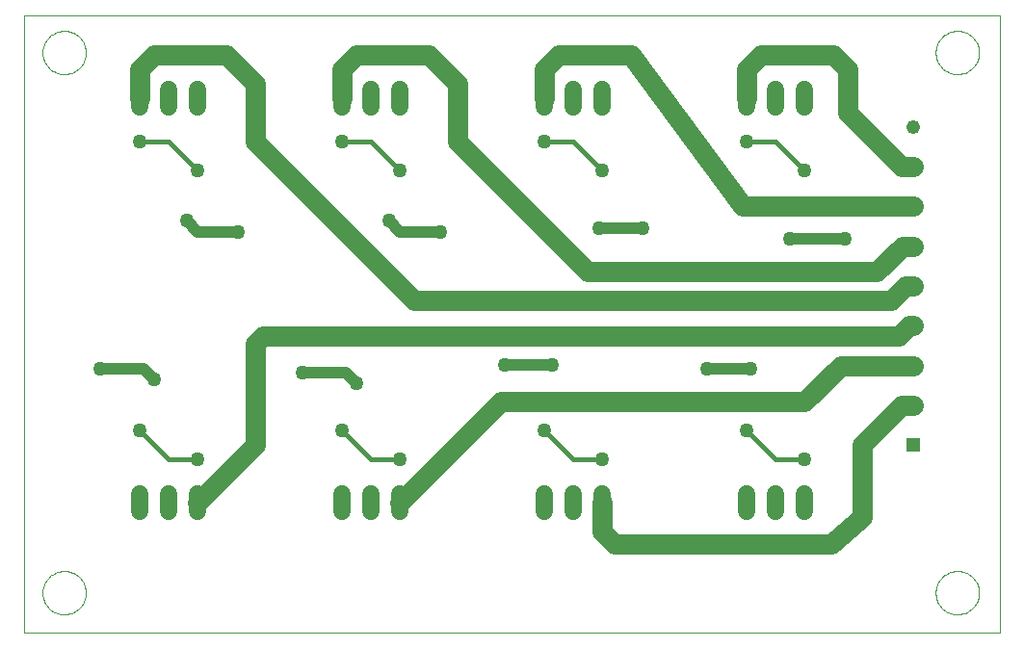
<source format=gbl>
G75*
G70*
%OFA0B0*%
%FSLAX24Y24*%
%IPPOS*%
%LPD*%
%AMOC8*
5,1,8,0,0,1.08239X$1,22.5*
%
%ADD10C,0.0000*%
%ADD11C,0.0600*%
%ADD12R,0.0480X0.0480*%
%ADD13C,0.0480*%
%ADD14C,0.0700*%
%ADD15C,0.0500*%
%ADD16C,0.0400*%
%ADD17C,0.0160*%
D10*
X000101Y000101D02*
X000101Y021471D01*
X033843Y021471D01*
X033843Y000101D01*
X000101Y000101D01*
X000729Y001479D02*
X000731Y001533D01*
X000737Y001587D01*
X000747Y001640D01*
X000760Y001693D01*
X000777Y001744D01*
X000798Y001794D01*
X000823Y001842D01*
X000851Y001889D01*
X000882Y001933D01*
X000916Y001975D01*
X000953Y002014D01*
X000993Y002051D01*
X001036Y002084D01*
X001081Y002115D01*
X001128Y002142D01*
X001176Y002165D01*
X001227Y002185D01*
X001278Y002202D01*
X001331Y002214D01*
X001384Y002223D01*
X001438Y002228D01*
X001493Y002229D01*
X001547Y002226D01*
X001600Y002219D01*
X001653Y002208D01*
X001706Y002194D01*
X001757Y002176D01*
X001806Y002154D01*
X001854Y002129D01*
X001900Y002100D01*
X001944Y002068D01*
X001985Y002033D01*
X002023Y001995D01*
X002059Y001954D01*
X002092Y001911D01*
X002122Y001866D01*
X002148Y001818D01*
X002171Y001769D01*
X002190Y001718D01*
X002205Y001667D01*
X002217Y001614D01*
X002225Y001560D01*
X002229Y001506D01*
X002229Y001452D01*
X002225Y001398D01*
X002217Y001344D01*
X002205Y001291D01*
X002190Y001240D01*
X002171Y001189D01*
X002148Y001140D01*
X002122Y001092D01*
X002092Y001047D01*
X002059Y001004D01*
X002023Y000963D01*
X001985Y000925D01*
X001944Y000890D01*
X001900Y000858D01*
X001854Y000829D01*
X001806Y000804D01*
X001757Y000782D01*
X001706Y000764D01*
X001653Y000750D01*
X001600Y000739D01*
X001547Y000732D01*
X001493Y000729D01*
X001438Y000730D01*
X001384Y000735D01*
X001331Y000744D01*
X001278Y000756D01*
X001227Y000773D01*
X001176Y000793D01*
X001128Y000816D01*
X001081Y000843D01*
X001036Y000874D01*
X000993Y000907D01*
X000953Y000944D01*
X000916Y000983D01*
X000882Y001025D01*
X000851Y001069D01*
X000823Y001116D01*
X000798Y001164D01*
X000777Y001214D01*
X000760Y001265D01*
X000747Y001318D01*
X000737Y001371D01*
X000731Y001425D01*
X000729Y001479D01*
X031634Y001479D02*
X031636Y001533D01*
X031642Y001587D01*
X031652Y001640D01*
X031665Y001693D01*
X031682Y001744D01*
X031703Y001794D01*
X031728Y001842D01*
X031756Y001889D01*
X031787Y001933D01*
X031821Y001975D01*
X031858Y002014D01*
X031898Y002051D01*
X031941Y002084D01*
X031986Y002115D01*
X032033Y002142D01*
X032081Y002165D01*
X032132Y002185D01*
X032183Y002202D01*
X032236Y002214D01*
X032289Y002223D01*
X032343Y002228D01*
X032398Y002229D01*
X032452Y002226D01*
X032505Y002219D01*
X032558Y002208D01*
X032611Y002194D01*
X032662Y002176D01*
X032711Y002154D01*
X032759Y002129D01*
X032805Y002100D01*
X032849Y002068D01*
X032890Y002033D01*
X032928Y001995D01*
X032964Y001954D01*
X032997Y001911D01*
X033027Y001866D01*
X033053Y001818D01*
X033076Y001769D01*
X033095Y001718D01*
X033110Y001667D01*
X033122Y001614D01*
X033130Y001560D01*
X033134Y001506D01*
X033134Y001452D01*
X033130Y001398D01*
X033122Y001344D01*
X033110Y001291D01*
X033095Y001240D01*
X033076Y001189D01*
X033053Y001140D01*
X033027Y001092D01*
X032997Y001047D01*
X032964Y001004D01*
X032928Y000963D01*
X032890Y000925D01*
X032849Y000890D01*
X032805Y000858D01*
X032759Y000829D01*
X032711Y000804D01*
X032662Y000782D01*
X032611Y000764D01*
X032558Y000750D01*
X032505Y000739D01*
X032452Y000732D01*
X032398Y000729D01*
X032343Y000730D01*
X032289Y000735D01*
X032236Y000744D01*
X032183Y000756D01*
X032132Y000773D01*
X032081Y000793D01*
X032033Y000816D01*
X031986Y000843D01*
X031941Y000874D01*
X031898Y000907D01*
X031858Y000944D01*
X031821Y000983D01*
X031787Y001025D01*
X031756Y001069D01*
X031728Y001116D01*
X031703Y001164D01*
X031682Y001214D01*
X031665Y001265D01*
X031652Y001318D01*
X031642Y001371D01*
X031636Y001425D01*
X031634Y001479D01*
X031634Y020180D02*
X031636Y020234D01*
X031642Y020288D01*
X031652Y020341D01*
X031665Y020394D01*
X031682Y020445D01*
X031703Y020495D01*
X031728Y020543D01*
X031756Y020590D01*
X031787Y020634D01*
X031821Y020676D01*
X031858Y020715D01*
X031898Y020752D01*
X031941Y020785D01*
X031986Y020816D01*
X032033Y020843D01*
X032081Y020866D01*
X032132Y020886D01*
X032183Y020903D01*
X032236Y020915D01*
X032289Y020924D01*
X032343Y020929D01*
X032398Y020930D01*
X032452Y020927D01*
X032505Y020920D01*
X032558Y020909D01*
X032611Y020895D01*
X032662Y020877D01*
X032711Y020855D01*
X032759Y020830D01*
X032805Y020801D01*
X032849Y020769D01*
X032890Y020734D01*
X032928Y020696D01*
X032964Y020655D01*
X032997Y020612D01*
X033027Y020567D01*
X033053Y020519D01*
X033076Y020470D01*
X033095Y020419D01*
X033110Y020368D01*
X033122Y020315D01*
X033130Y020261D01*
X033134Y020207D01*
X033134Y020153D01*
X033130Y020099D01*
X033122Y020045D01*
X033110Y019992D01*
X033095Y019941D01*
X033076Y019890D01*
X033053Y019841D01*
X033027Y019793D01*
X032997Y019748D01*
X032964Y019705D01*
X032928Y019664D01*
X032890Y019626D01*
X032849Y019591D01*
X032805Y019559D01*
X032759Y019530D01*
X032711Y019505D01*
X032662Y019483D01*
X032611Y019465D01*
X032558Y019451D01*
X032505Y019440D01*
X032452Y019433D01*
X032398Y019430D01*
X032343Y019431D01*
X032289Y019436D01*
X032236Y019445D01*
X032183Y019457D01*
X032132Y019474D01*
X032081Y019494D01*
X032033Y019517D01*
X031986Y019544D01*
X031941Y019575D01*
X031898Y019608D01*
X031858Y019645D01*
X031821Y019684D01*
X031787Y019726D01*
X031756Y019770D01*
X031728Y019817D01*
X031703Y019865D01*
X031682Y019915D01*
X031665Y019966D01*
X031652Y020019D01*
X031642Y020072D01*
X031636Y020126D01*
X031634Y020180D01*
X000729Y020180D02*
X000731Y020234D01*
X000737Y020288D01*
X000747Y020341D01*
X000760Y020394D01*
X000777Y020445D01*
X000798Y020495D01*
X000823Y020543D01*
X000851Y020590D01*
X000882Y020634D01*
X000916Y020676D01*
X000953Y020715D01*
X000993Y020752D01*
X001036Y020785D01*
X001081Y020816D01*
X001128Y020843D01*
X001176Y020866D01*
X001227Y020886D01*
X001278Y020903D01*
X001331Y020915D01*
X001384Y020924D01*
X001438Y020929D01*
X001493Y020930D01*
X001547Y020927D01*
X001600Y020920D01*
X001653Y020909D01*
X001706Y020895D01*
X001757Y020877D01*
X001806Y020855D01*
X001854Y020830D01*
X001900Y020801D01*
X001944Y020769D01*
X001985Y020734D01*
X002023Y020696D01*
X002059Y020655D01*
X002092Y020612D01*
X002122Y020567D01*
X002148Y020519D01*
X002171Y020470D01*
X002190Y020419D01*
X002205Y020368D01*
X002217Y020315D01*
X002225Y020261D01*
X002229Y020207D01*
X002229Y020153D01*
X002225Y020099D01*
X002217Y020045D01*
X002205Y019992D01*
X002190Y019941D01*
X002171Y019890D01*
X002148Y019841D01*
X002122Y019793D01*
X002092Y019748D01*
X002059Y019705D01*
X002023Y019664D01*
X001985Y019626D01*
X001944Y019591D01*
X001900Y019559D01*
X001854Y019530D01*
X001806Y019505D01*
X001757Y019483D01*
X001706Y019465D01*
X001653Y019451D01*
X001600Y019440D01*
X001547Y019433D01*
X001493Y019430D01*
X001438Y019431D01*
X001384Y019436D01*
X001331Y019445D01*
X001278Y019457D01*
X001227Y019474D01*
X001176Y019494D01*
X001128Y019517D01*
X001081Y019544D01*
X001036Y019575D01*
X000993Y019608D01*
X000953Y019645D01*
X000916Y019684D01*
X000882Y019726D01*
X000851Y019770D01*
X000823Y019817D01*
X000798Y019865D01*
X000777Y019915D01*
X000760Y019966D01*
X000747Y020019D01*
X000737Y020072D01*
X000731Y020126D01*
X000729Y020180D01*
D11*
X004101Y018901D02*
X004101Y018301D01*
X005101Y018301D02*
X005101Y018901D01*
X006101Y018901D02*
X006101Y018301D01*
X011101Y018301D02*
X011101Y018901D01*
X012101Y018901D02*
X012101Y018301D01*
X013101Y018301D02*
X013101Y018901D01*
X018101Y018901D02*
X018101Y018301D01*
X019101Y018301D02*
X019101Y018901D01*
X020101Y018901D02*
X020101Y018301D01*
X025101Y018301D02*
X025101Y018901D01*
X026101Y018901D02*
X026101Y018301D01*
X027101Y018301D02*
X027101Y018901D01*
X027101Y004901D02*
X027101Y004301D01*
X026101Y004301D02*
X026101Y004901D01*
X025101Y004901D02*
X025101Y004301D01*
X020101Y004301D02*
X020101Y004901D01*
X019101Y004901D02*
X019101Y004301D01*
X018101Y004301D02*
X018101Y004901D01*
X013101Y004901D02*
X013101Y004301D01*
X012101Y004301D02*
X012101Y004901D01*
X011101Y004901D02*
X011101Y004301D01*
X006101Y004301D02*
X006101Y004901D01*
X005101Y004901D02*
X005101Y004301D01*
X004101Y004301D02*
X004101Y004901D01*
D12*
X030845Y006589D03*
D13*
X030845Y007967D03*
X030845Y009345D03*
X030845Y010723D03*
X030845Y012101D03*
X030845Y013479D03*
X030845Y014857D03*
X030845Y016235D03*
X030845Y017613D03*
D14*
X030845Y016235D02*
X030467Y016235D01*
X028601Y018101D01*
X028601Y019601D01*
X028101Y020101D01*
X025601Y020101D01*
X025101Y019601D01*
X025101Y018601D01*
X024967Y014857D02*
X021101Y020101D01*
X018601Y020101D01*
X018101Y019601D01*
X018101Y018601D01*
X015101Y019101D02*
X015101Y017101D01*
X019601Y012601D01*
X029601Y012601D01*
X030479Y013479D01*
X030845Y013479D01*
X030845Y014857D02*
X024967Y014857D01*
X030101Y011601D02*
X013601Y011601D01*
X008101Y017101D01*
X008101Y019101D01*
X007101Y020101D01*
X004601Y020101D01*
X004101Y019601D01*
X004101Y018601D01*
X011101Y018601D02*
X011101Y019601D01*
X011601Y020101D01*
X014101Y020101D01*
X015101Y019101D01*
X030101Y011601D02*
X030601Y012101D01*
X030845Y012101D01*
X030845Y010723D02*
X030723Y010723D01*
X030351Y010351D01*
X008351Y010351D01*
X008101Y010101D01*
X008101Y006601D01*
X006101Y004601D01*
X013101Y004601D02*
X016601Y008101D01*
X027101Y008101D01*
X028345Y009345D01*
X030845Y009345D01*
X030845Y007967D02*
X030467Y007967D01*
X029101Y006601D01*
X029101Y004101D01*
X028038Y003163D01*
X020538Y003163D01*
X020101Y003601D01*
X020101Y004601D01*
D15*
X020101Y006101D03*
X018101Y007101D03*
X018351Y009351D03*
X016726Y009351D03*
X011601Y008726D03*
X009726Y009101D03*
X011101Y007101D03*
X013101Y006101D03*
X006101Y006101D03*
X004101Y007101D03*
X004601Y008851D03*
X002726Y009226D03*
X007476Y013976D03*
X005726Y014351D03*
X006101Y016101D03*
X004101Y017101D03*
X011101Y017101D03*
X013101Y016101D03*
X012726Y014351D03*
X014476Y013976D03*
X018101Y017101D03*
X020101Y016101D03*
X019976Y014101D03*
X021476Y014101D03*
X026601Y013726D03*
X028476Y013726D03*
X027101Y016101D03*
X025101Y017101D03*
X025226Y009226D03*
X023726Y009226D03*
X025101Y007101D03*
X027101Y006101D03*
D16*
X025226Y009226D02*
X023726Y009226D01*
X018351Y009351D02*
X016726Y009351D01*
X011601Y008726D02*
X011226Y009101D01*
X009726Y009101D01*
X004601Y008851D02*
X004226Y009226D01*
X002726Y009226D01*
X006101Y013976D02*
X005726Y014351D01*
X006101Y013976D02*
X007476Y013976D01*
X012726Y014351D02*
X013101Y013976D01*
X014476Y013976D01*
X019976Y014101D02*
X021476Y014101D01*
X026601Y013726D02*
X028476Y013726D01*
D17*
X027101Y016101D02*
X026101Y017101D01*
X025101Y017101D01*
X020101Y016101D02*
X019101Y017101D01*
X018101Y017101D01*
X013101Y016101D02*
X012101Y017101D01*
X011101Y017101D01*
X006101Y016101D02*
X005101Y017101D01*
X004101Y017101D01*
X004101Y007101D02*
X005101Y006101D01*
X006101Y006101D01*
X011101Y007101D02*
X012101Y006101D01*
X013101Y006101D01*
X018101Y007101D02*
X019101Y006101D01*
X020101Y006101D01*
X025101Y007101D02*
X026101Y006101D01*
X027101Y006101D01*
M02*

</source>
